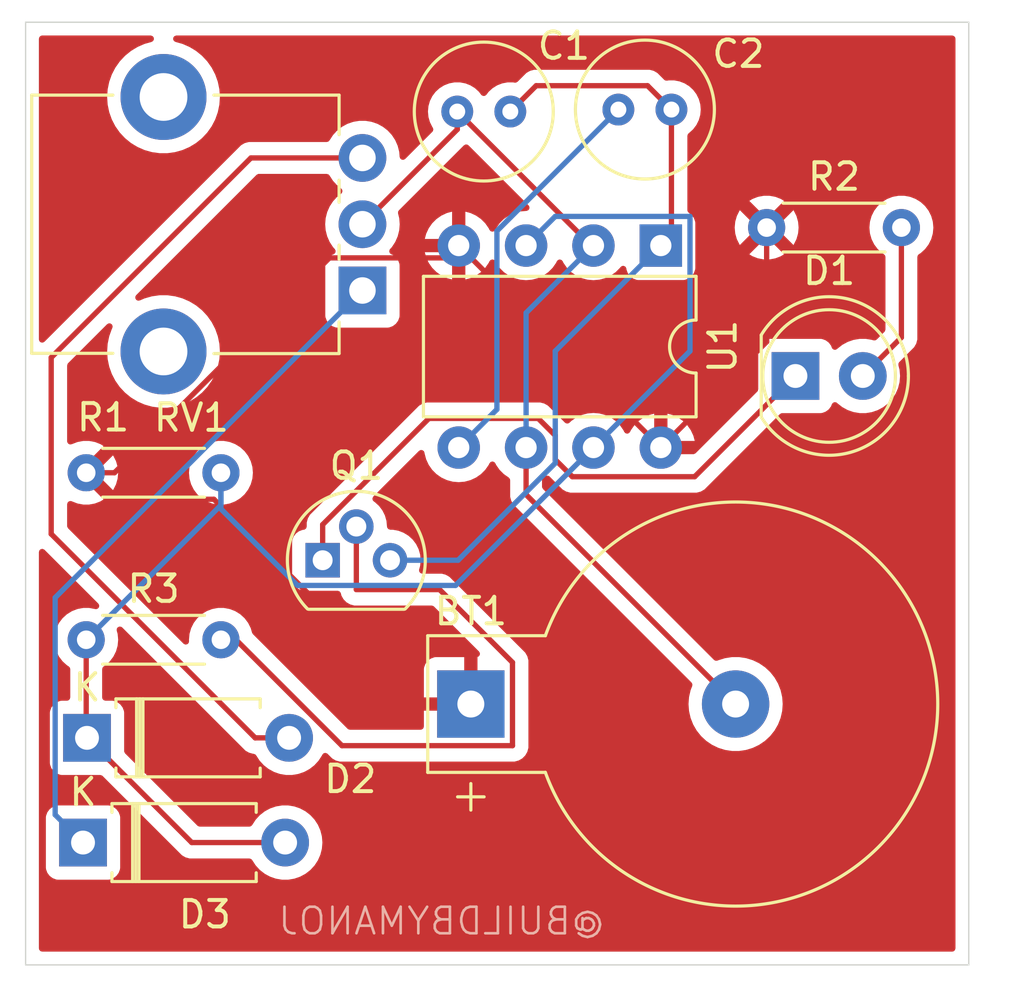
<source format=kicad_pcb>
(kicad_pcb (version 20240108) (generator "pcbnew") (generator_version "8.0")
  (layers (0 "F.Cu" signal) (31 "B.Cu" signal) (34 "B.Paste" user) (35 "F.Paste" user) (36 "B.SilkS" user "B.Silkscreen") (37 "F.SilkS" user "F.Silkscreen") (38 "B.Mask" user) (39 "F.Mask" user) (44 "Edge.Cuts" user))
  (net 0 "")
  (net 1 "VCC")
  (net 2 "Net-(BT1--)")
  (net 3 "GND")
  (net 4 "Net-(U1-CV)")
  (net 5 "Net-(D1-A)")
  (net 6 "Net-(D1-K)")
  (net 7 "Net-(D2-K)")
  (net 8 "Net-(D2-A)")
  (net 9 "Net-(D3-K)")
  (net 10 "Net-(Q1-B)")
  (footprint "Package_TO_SOT_THT:TO-92" (layer "F.Cu") (at 140.74 83.795)
    (property "Reference" "Q1" (at 1.27 -3.56 0) (layer "F.SilkS"))
    (property "Value" "NPN")
    (fp_line (start -0.53 1.85) (end 3.07 1.85) (stroke (width 0.12)) (layer "F.SilkS"))
    (fp_arc (start -0.568478 1.838478) (mid -1.132087 -0.994977) (end 1.27 -2.6) (stroke (width 0.12)) (layer "F.SilkS"))
    (fp_arc (start 1.27 -2.6) (mid 3.672087 -0.994977) (end 3.108478 1.838478) (stroke (width 0.12)) (layer "F.SilkS"))
    (pad "1" thru_hole rect (at 0 0) (size 1.3 1.3) (drill 0.75) (layers "*.Cu" "*.Mask") (net 6 "Net-(D1-K)"))
    (pad "2" thru_hole circle (at 1.27 -1.27) (size 1.3 1.3) (drill 0.75) (layers "*.Cu" "*.Mask") (net 10 "Net-(Q1-B)"))
    (pad "3" thru_hole circle (at 2.54 0) (size 1.3 1.3) (drill 0.75) (layers "*.Cu" "*.Mask") (net 3 "GND"))
  )
  (footprint "LED_THT:LED_D5.0mm" (layer "F.Cu") (at 158.565 76.845)
    (property "Reference" "D1" (at 1.27 -3.96 0) (layer "F.SilkS"))
    (property "Value" "LED")
    (fp_line (start -1.29 -1.545) (end -1.29 1.545) (stroke (width 0.12)) (layer "F.SilkS"))
    (fp_arc (start -1.29 -1.54483) (mid 2.072002 -2.880433) (end 4.26 0.000462) (stroke (width 0.12)) (layer "F.SilkS"))
    (fp_arc (start 4.26 -0.000462) (mid 2.072002 2.880433) (end -1.29 1.54483) (stroke (width 0.12)) (layer "F.SilkS"))
    (fp_circle (center 1.27 0) (end 3.77 0) (stroke (width 0.12)) (fill none) (layer "F.SilkS"))
    (pad "1" thru_hole rect (at 0 0) (size 1.8 1.8) (drill 0.9) (layers "*.Cu" "*.Mask") (net 6 "Net-(D1-K)"))
    (pad "2" thru_hole circle (at 2.54 0) (size 1.8 1.8) (drill 0.9) (layers "*.Cu" "*.Mask") (net 5 "Net-(D1-A)"))
  )
  (footprint "Capacitor_THT:C_Radial_D5.0mm_H5.0mm_P2.00mm" (layer "F.Cu") (at 151.89 66.795)
    (property "Reference" "C2" (at 4.5232 -2.1012 0) (layer "F.SilkS"))
    (property "Value" "10uF")
    (fp_circle (center 1 0) (end 3.62 0) (stroke (width 0.12)) (fill none) (layer "F.SilkS"))
    (pad "1" thru_hole circle (at 0 0) (size 1.2 1.2) (drill 0.6) (layers "*.Cu" "*.Mask") (net 4 "Net-(U1-CV)"))
    (pad "2" thru_hole circle (at 2 0) (size 1.2 1.2) (drill 0.6) (layers "*.Cu" "*.Mask") (net 3 "GND"))
  )
  (footprint "Package_DIP:DIP-8_W7.62mm" (layer "F.Cu") (at 153.49 71.925 -90)
    (property "Reference" "U1" (at 3.81 -2.33 90) (layer "F.SilkS"))
    (property "Value" "NE555P")
    (fp_line (start 1.16 8.95) (end 6.46 8.95) (stroke (width 0.12)) (layer "F.SilkS"))
    (fp_line (start 6.46 8.95) (end 6.46 -1.33) (stroke (width 0.12)) (layer "F.SilkS"))
    (fp_line (start 1.16 -1.33) (end 1.16 8.95) (stroke (width 0.12)) (layer "F.SilkS"))
    (fp_line (start 2.81 -1.33) (end 1.16 -1.33) (stroke (width 0.12)) (layer "F.SilkS"))
    (fp_line (start 6.46 -1.33) (end 4.81 -1.33) (stroke (width 0.12)) (layer "F.SilkS"))
    (fp_arc (start 4.81 -1.33) (mid 3.81 -0.33) (end 2.81 -1.33) (stroke (width 0.12)) (layer "F.SilkS"))
    (pad "1" thru_hole rect (at 0 0 270) (size 1.6 1.6) (drill 0.8) (layers "*.Cu" "*.Mask") (net 3 "GND"))
    (pad "2" thru_hole oval (at 0 2.54 270) (size 1.6 1.6) (drill 0.8) (layers "*.Cu" "*.Mask") (net 2 "Net-(BT1--)"))
    (pad "3" thru_hole oval (at 0 5.08 270) (size 1.6 1.6) (drill 0.8) (layers "*.Cu" "*.Mask") (net 7 "Net-(D2-K)"))
    (pad "4" thru_hole oval (at 0 7.62 270) (size 1.6 1.6) (drill 0.8) (layers "*.Cu" "*.Mask") (net 1 "VCC"))
    (pad "5" thru_hole oval (at 7.62 7.62 270) (size 1.6 1.6) (drill 0.8) (layers "*.Cu" "*.Mask") (net 4 "Net-(U1-CV)"))
    (pad "6" thru_hole oval (at 7.62 5.08 270) (size 1.6 1.6) (drill 0.8) (layers "*.Cu" "*.Mask") (net 2 "Net-(BT1--)"))
    (pad "7" thru_hole oval (at 7.62 2.54 270) (size 1.6 1.6) (drill 0.8) (layers "*.Cu" "*.Mask") (net 7 "Net-(D2-K)"))
    (pad "8" thru_hole oval (at 7.62 0 270) (size 1.6 1.6) (drill 0.8) (layers "*.Cu" "*.Mask") (net 1 "VCC"))
  )
  (footprint "Resistor_THT:R_Axial_DIN0204_L3.6mm_D1.6mm_P5.08mm_Horizontal" (layer "F.Cu") (at 131.825 80.495)
    (property "Reference" "R1" (at 0.636 -2.0852 0) (layer "F.SilkS"))
    (property "Value" "1K")
    (fp_line (start 0.62 -0.92) (end 4.46 -0.92) (stroke (width 0.12)) (layer "F.SilkS"))
    (fp_line (start 0.62 0.92) (end 4.46 0.92) (stroke (width 0.12)) (layer "F.SilkS"))
    (pad "1" thru_hole circle (at 0 0) (size 1.4 1.4) (drill 0.7) (layers "*.Cu" "*.Mask") (net 1 "VCC"))
    (pad "2" thru_hole oval (at 5.08 0) (size 1.4 1.4) (drill 0.7) (layers "*.Cu" "*.Mask") (net 7 "Net-(D2-K)"))
  )
  (footprint "Resistor_THT:R_Axial_DIN0204_L3.6mm_D1.6mm_P5.08mm_Horizontal" (layer "F.Cu") (at 131.825 86.795)
    (property "Reference" "R3" (at 2.54 -1.92 0) (layer "F.SilkS"))
    (property "Value" "1K")
    (fp_line (start 0.62 -0.92) (end 4.46 -0.92) (stroke (width 0.12)) (layer "F.SilkS"))
    (fp_line (start 0.62 0.92) (end 4.46 0.92) (stroke (width 0.12)) (layer "F.SilkS"))
    (pad "1" thru_hole circle (at 0 0) (size 1.4 1.4) (drill 0.7) (layers "*.Cu" "*.Mask") (net 7 "Net-(D2-K)"))
    (pad "2" thru_hole oval (at 5.08 0) (size 1.4 1.4) (drill 0.7) (layers "*.Cu" "*.Mask") (net 10 "Net-(Q1-B)"))
  )
  (footprint "Resistor_THT:R_Axial_DIN0204_L3.6mm_D1.6mm_P5.08mm_Horizontal" (layer "F.Cu") (at 157.48 71.247)
    (property "Reference" "R2" (at 2.54 -1.92 0) (layer "F.SilkS"))
    (property "Value" "220")
    (fp_line (start 0.62 -0.92) (end 4.46 -0.92) (stroke (width 0.12)) (layer "F.SilkS"))
    (fp_line (start 0.62 0.92) (end 4.46 0.92) (stroke (width 0.12)) (layer "F.SilkS"))
    (pad "1" thru_hole circle (at 0 0) (size 1.4 1.4) (drill 0.7) (layers "*.Cu" "*.Mask") (net 1 "VCC"))
    (pad "2" thru_hole oval (at 5.08 0) (size 1.4 1.4) (drill 0.7) (layers "*.Cu" "*.Mask") (net 5 "Net-(D1-A)"))
  )
  (footprint "Capacitor_THT:C_Radial_D5.0mm_H5.0mm_P2.00mm" (layer "F.Cu") (at 145.815 66.87)
    (property "Reference" "C1" (at 4.0196 -2.481 0) (layer "F.SilkS"))
    (property "Value" "100uF")
    (fp_circle (center 1 0) (end 3.62 0) (stroke (width 0.12)) (fill none) (layer "F.SilkS"))
    (pad "1" thru_hole circle (at 0 0) (size 1.2 1.2) (drill 0.6) (layers "*.Cu" "*.Mask") (net 2 "Net-(BT1--)"))
    (pad "2" thru_hole circle (at 2 0) (size 1.2 1.2) (drill 0.6) (layers "*.Cu" "*.Mask") (net 3 "GND"))
  )
  (footprint "Battery:BatteryHolder_Keystone_500" (layer "F.Cu") (at 146.327182 89.22)
    (property "Reference" "BT1" (at 0 -3.5 0) (layer "F.SilkS"))
    (property "Value" "3.7 V Battery_Cell")
    (fp_line (start -1.6256 -2.5781) (end -1.6256 2.5781) (stroke (width 0.12)) (layer "F.SilkS"))
    (fp_line (start -1.6256 -2.5781) (end 2.81 -2.5781) (stroke (width 0.12)) (layer "F.SilkS"))
    (fp_line (start -1.6256 2.5781) (end 2.81 2.5781) (stroke (width 0.12)) (layer "F.SilkS"))
    (fp_line (start 0 3) (end 0 4) (stroke (width 0.12)) (layer "F.SilkS"))
    (fp_line (start 0.5 3.5) (end -0.5 3.5) (stroke (width 0.12)) (layer "F.SilkS"))
    (fp_arc (start 2.81 -2.5781) (mid 17.603686 0) (end 2.81 2.5781) (stroke (width 0.12)) (layer "F.SilkS"))
    (pad "1" thru_hole rect (at 0 0) (size 2.54 2.54) (drill 1.016) (layers "*.Cu" "*.Mask") (net 1 "VCC"))
    (pad "2" thru_hole circle (at 9.9822 0) (size 2.54 2.54) (drill 1.016) (layers "*.Cu" "*.Mask") (net 2 "Net-(BT1--)"))
  )
  (footprint "Diode_THT:D_A-405_P7.62mm_Horizontal" (layer "F.Cu") (at 131.855 90.495)
    (property "Reference" "D2" (at 9.9278 1.5546 0) (layer "F.SilkS"))
    (property "Value" "D")
    (fp_line (start 1.09 -1.47) (end 6.53 -1.47) (stroke (width 0.12)) (layer "F.SilkS"))
    (fp_line (start 1.09 -1.14) (end 1.09 -1.47) (stroke (width 0.12)) (layer "F.SilkS"))
    (fp_line (start 1.09 1.14) (end 1.09 1.47) (stroke (width 0.12)) (layer "F.SilkS"))
    (fp_line (start 1.09 1.47) (end 6.53 1.47) (stroke (width 0.12)) (layer "F.SilkS"))
    (fp_line (start 1.87 -1.47) (end 1.87 1.47) (stroke (width 0.12)) (layer "F.SilkS"))
    (fp_line (start 1.99 -1.47) (end 1.99 1.47) (stroke (width 0.12)) (layer "F.SilkS"))
    (fp_line (start 2.11 -1.47) (end 2.11 1.47) (stroke (width 0.12)) (layer "F.SilkS"))
    (fp_line (start 6.53 -1.47) (end 6.53 -1.14) (stroke (width 0.12)) (layer "F.SilkS"))
    (fp_line (start 6.53 1.47) (end 6.53 1.14) (stroke (width 0.12)) (layer "F.SilkS"))
    (fp_text user "K" (at 0 -1.9 0) (layer "F.SilkS"))
    (pad "1" thru_hole rect (at 0 0) (size 1.8 1.8) (drill 0.9) (layers "*.Cu" "*.Mask") (net 7 "Net-(D2-K)"))
    (pad "2" thru_hole oval (at 7.62 0) (size 1.8 1.8) (drill 0.9) (layers "*.Cu" "*.Mask") (net 8 "Net-(D2-A)"))
  )
  (footprint "Diode_THT:D_A-405_P7.62mm_Horizontal" (layer "F.Cu") (at 131.705 94.445)
    (property "Reference" "D3" (at 4.5914 2.71 0) (layer "F.SilkS"))
    (property "Value" "D")
    (fp_line (start 1.09 -1.47) (end 6.53 -1.47) (stroke (width 0.12)) (layer "F.SilkS"))
    (fp_line (start 1.09 -1.14) (end 1.09 -1.47) (stroke (width 0.12)) (layer "F.SilkS"))
    (fp_line (start 1.09 1.14) (end 1.09 1.47) (stroke (width 0.12)) (layer "F.SilkS"))
    (fp_line (start 1.09 1.47) (end 6.53 1.47) (stroke (width 0.12)) (layer "F.SilkS"))
    (fp_line (start 1.87 -1.47) (end 1.87 1.47) (stroke (width 0.12)) (layer "F.SilkS"))
    (fp_line (start 1.99 -1.47) (end 1.99 1.47) (stroke (width 0.12)) (layer "F.SilkS"))
    (fp_line (start 2.11 -1.47) (end 2.11 1.47) (stroke (width 0.12)) (layer "F.SilkS"))
    (fp_line (start 6.53 -1.47) (end 6.53 -1.14) (stroke (width 0.12)) (layer "F.SilkS"))
    (fp_line (start 6.53 1.47) (end 6.53 1.14) (stroke (width 0.12)) (layer "F.SilkS"))
    (fp_text user "K" (at 0 -1.9 0) (layer "F.SilkS"))
    (pad "1" thru_hole rect (at 0 0) (size 1.8 1.8) (drill 0.9) (layers "*.Cu" "*.Mask") (net 9 "Net-(D3-K)"))
    (pad "2" thru_hole oval (at 7.62 0) (size 1.8 1.8) (drill 0.9) (layers "*.Cu" "*.Mask") (net 7 "Net-(D2-K)"))
  )
  (footprint "Potentiometer_THT:Potentiometer_Alpha_RD901F-40-00D_Single_Vertical_CircularHoles" (layer "F.Cu") (at 142.24 73.62 180)
    (property "Reference" "RV1" (at 6.45 -4.8 0) (layer "F.SilkS"))
    (property "Value" "R_Potentiometer")
    (fp_line (start 12.47 7.37) (end 12.47 -2.37) (stroke (width 0.12)) (layer "F.SilkS"))
    (fp_line (start 9.41 7.37) (end 12.47 7.37) (stroke (width 0.12)) (layer "F.SilkS"))
    (fp_line (start 9.41 -2.37) (end 12.47 -2.37) (stroke (width 0.12)) (layer "F.SilkS"))
    (fp_line (start 0.88 7.37) (end 5.6 7.37) (stroke (width 0.12)) (layer "F.SilkS"))
    (fp_line (start 0.88 7.37) (end 0.88 5.88) (stroke (width 0.12)) (layer "F.SilkS"))
    (fp_line (start 0.88 4.16) (end 0.88 3.33) (stroke (width 0.12)) (layer "F.SilkS"))
    (fp_line (start 0.88 1.71) (end 0.88 1.18) (stroke (width 0.12)) (layer "F.SilkS"))
    (fp_line (start 0.88 -1.19) (end 0.88 -2.37) (stroke (width 0.12)) (layer "F.SilkS"))
    (fp_line (start 0.88 -2.38) (end 5.6 -2.38) (stroke (width 0.12)) (layer "F.SilkS"))
    (pad "" thru_hole circle (at 7.5 -2.3 270) (size 3.24 3.24) (drill 1.8) (layers "*.Cu" "*.Mask"))
    (pad "" thru_hole circle (at 7.5 7.3 270) (size 3.24 3.24) (drill 1.8) (layers "*.Cu" "*.Mask"))
    (pad "1" thru_hole rect (at 0 0 270) (size 1.8 1.8) (drill 1) (layers "*.Cu" "*.Mask") (net 9 "Net-(D3-K)"))
    (pad "2" thru_hole circle (at 0 2.5 270) (size 1.8 1.8) (drill 1) (layers "*.Cu" "*.Mask") (net 2 "Net-(BT1--)"))
    (pad "3" thru_hole circle (at 0 5 270) (size 1.8 1.8) (drill 1) (layers "*.Cu" "*.Mask") (net 8 "Net-(D2-A)"))
  )
  (gr_line (start 129.54 63.5) (end 165.1 63.5) (stroke (width 0.05)) (layer "Edge.Cuts"))
  (gr_line (start 129.54 99.06) (end 129.54 63.5) (stroke (width 0.05)) (layer "Edge.Cuts"))
  (gr_line (start 165.1 99.06) (end 129.54 99.06) (stroke (width 0.05)) (layer "Edge.Cuts"))
  (gr_line (start 165.1 63.5) (end 165.1 99.06) (stroke (width 0.05)) (layer "Edge.Cuts"))
  (gr_text "@BUILDBYMANOJ" (at 151.4602 97.9932 0) (layer "B.SilkS") (effects (font (size 1 1) (thickness 0.1)) (justify left bottom mirror)))
  (segment (start 132.825 81.495) (end 136.6384 81.495) (width 0.2) (layer "F.Cu") (net 1))
  (segment (start 145.405 72.39) (end 140.9954 72.39) (width 0.2) (layer "F.Cu") (net 1))
  (segment (start 153.49 79.545) (end 145.87 71.925) (width 0.2) (layer "F.Cu") (net 1))
  (segment (start 140.9954 72.39) (end 132.8904 80.495) (width 0.2) (layer "F.Cu") (net 1))
  (segment (start 136.6384 81.495) (end 144.3634 89.22) (width 0.2) (layer "F.Cu") (net 1))
  (segment (start 144.3634 89.22) (end 146.327182 89.22) (width 0.2) (layer "F.Cu") (net 1))
  (segment (start 131.825 80.495) (end 132.825 81.495) (width 0.2) (layer "F.Cu") (net 1))
  (segment (start 157.48 71.247) (end 157.48 75.555) (width 0.2) (layer "F.Cu") (net 1))
  (segment (start 132.8904 80.495) (end 131.825 80.495) (width 0.2) (layer "F.Cu") (net 1))
  (segment (start 145.87 71.925) (end 145.405 72.39) (width 0.2) (layer "F.Cu") (net 1))
  (segment (start 157.48 75.555) (end 153.49 79.545) (width 0.2) (layer "F.Cu") (net 1))
  (segment (start 142.24 71.12) (end 145.815 67.545) (width 0.2) (layer "F.Cu") (net 2))
  (segment (start 150.87 71.925) (end 150.95 71.925) (width 0.2) (layer "F.Cu") (net 2))
  (segment (start 156.309382 89.22) (end 148.41 81.320618) (width 0.2) (layer "F.Cu") (net 2))
  (segment (start 145.815 66.87) (end 150.87 71.925) (width 0.2) (layer "F.Cu") (net 2))
  (segment (start 148.41 81.320618) (end 148.41 79.545) (width 0.2) (layer "F.Cu") (net 2))
  (segment (start 145.815 67.545) (end 145.815 66.87) (width 0.2) (layer "F.Cu") (net 2))
  (segment (start 150.95 71.925) (end 148.41 74.465) (width 0.2) (layer "B.Cu") (net 2))
  (segment (start 148.41 74.465) (end 148.41 79.545) (width 0.2) (layer "B.Cu") (net 2))
  (segment (start 152.99 65.895) (end 153.89 66.795) (width 0.2) (layer "F.Cu") (net 3))
  (segment (start 153.89 71.525) (end 153.49 71.925) (width 0.2) (layer "F.Cu") (net 3))
  (segment (start 147.815 66.87) (end 148.79 65.895) (width 0.2) (layer "F.Cu") (net 3))
  (segment (start 153.89 66.795) (end 153.89 71.525) (width 0.2) (layer "F.Cu") (net 3))
  (segment (start 148.79 65.895) (end 152.99 65.895) (width 0.2) (layer "F.Cu") (net 3))
  (segment (start 149.51 80.1314) (end 145.8464 83.795) (width 0.2) (layer "B.Cu") (net 3))
  (segment (start 145.8464 83.795) (end 143.28 83.795) (width 0.2) (layer "B.Cu") (net 3))
  (segment (start 149.51 75.905) (end 149.51 80.1314) (width 0.2) (layer "B.Cu") (net 3))
  (segment (start 153.49 71.925) (end 149.51 75.905) (width 0.2) (layer "B.Cu") (net 3))
  (segment (start 151.89 66.795) (end 147.31 71.375) (width 0.2) (layer "B.Cu") (net 4))
  (segment (start 147.31 78.105) (end 145.87 79.545) (width 0.2) (layer "B.Cu") (net 4))
  (segment (start 147.31 71.375) (end 147.31 78.105) (width 0.2) (layer "B.Cu") (net 4))
  (segment (start 162.56 75.39) (end 162.56 71.247) (width 0.2) (layer "F.Cu") (net 5))
  (segment (start 161.105 76.845) (end 162.56 75.39) (width 0.2) (layer "F.Cu") (net 5))
  (segment (start 140.74 82.451497) (end 140.74 83.795) (width 0.2) (layer "F.Cu") (net 6))
  (segment (start 144.746497 78.445) (end 140.74 82.451497) (width 0.2) (layer "F.Cu") (net 6))
  (segment (start 149.51 79.089365) (end 148.865635 78.445) (width 0.2) (layer "F.Cu") (net 6))
  (segment (start 150.154365 80.645) (end 149.51 80.000635) (width 0.2) (layer "F.Cu") (net 6))
  (segment (start 149.51 80.000635) (end 149.51 79.089365) (width 0.2) (layer "F.Cu") (net 6))
  (segment (start 158.565 76.845) (end 154.765 80.645) (width 0.2) (layer "F.Cu") (net 6))
  (segment (start 148.865635 78.445) (end 144.746497 78.445) (width 0.2) (layer "F.Cu") (net 6))
  (segment (start 154.765 80.645) (end 150.154365 80.645) (width 0.2) (layer "F.Cu") (net 6))
  (segment (start 131.825 90.0166) (end 131.825 86.795) (width 0.2) (layer "F.Cu") (net 7))
  (segment (start 139.325 94.445) (end 135.805 94.445) (width 0.2) (layer "F.Cu") (net 7))
  (segment (start 135.805 94.445) (end 131.855 90.495) (width 0.2) (layer "F.Cu") (net 7))
  (segment (start 131.855 90.495) (end 131.855 90.0466) (width 0.2) (layer "F.Cu") (net 7))
  (segment (start 131.855 90.0466) (end 131.825 90.0166) (width 0.2) (layer "F.Cu") (net 7))
  (segment (start 136.905 81.715) (end 131.825 86.795) (width 0.2) (layer "B.Cu") (net 7))
  (segment (start 139.79 84.745) (end 136.905 81.86) (width 0.2) (layer "B.Cu") (net 7))
  (segment (start 145.75 84.745) (end 139.79 84.745) (width 0.2) (layer "B.Cu") (net 7))
  (segment (start 149.51 70.825) (end 154.59 70.825) (width 0.2) (layer "B.Cu") (net 7))
  (segment (start 136.905 80.495) (end 136.905 81.715) (width 0.2) (layer "B.Cu") (net 7))
  (segment (start 150.95 79.545) (end 145.75 84.745) (width 0.2) (layer "B.Cu") (net 7))
  (segment (start 154.59 70.825) (end 154.59 75.905) (width 0.2) (layer "B.Cu") (net 7))
  (segment (start 148.41 71.925) (end 149.51 70.825) (width 0.2) (layer "B.Cu") (net 7))
  (segment (start 154.59 75.905) (end 150.95 79.545) (width 0.2) (layer "B.Cu") (net 7))
  (segment (start 136.905 81.86) (end 136.905 80.495) (width 0.2) (layer "B.Cu") (net 7))
  (segment (start 130.505 76.1494) (end 130.505 82.8038) (width 0.2) (layer "F.Cu") (net 8))
  (segment (start 138.1962 90.495) (end 139.475 90.495) (width 0.2) (layer "F.Cu") (net 8))
  (segment (start 138.0344 68.62) (end 130.505 76.1494) (width 0.2) (layer "F.Cu") (net 8))
  (segment (start 142.24 68.62) (end 138.0344 68.62) (width 0.2) (layer "F.Cu") (net 8))
  (segment (start 130.505 82.8038) (end 138.1962 90.495) (width 0.2) (layer "F.Cu") (net 8))
  (segment (start 131.705 94.445) (end 130.655 93.395) (width 0.2) (layer "B.Cu") (net 9))
  (segment (start 130.655 93.395) (end 130.655 85.205) (width 0.2) (layer "B.Cu") (net 9))
  (segment (start 130.655 85.205) (end 142.24 73.62) (width 0.2) (layer "B.Cu") (net 9))
  (segment (start 145.15 84.902818) (end 147.897182 87.65) (width 0.2) (layer "F.Cu") (net 10))
  (segment (start 142.01 84.902818) (end 145.15 84.902818) (width 0.2) (layer "F.Cu") (net 10))
  (segment (start 142.01 82.525) (end 142.01 84.902818) (width 0.2) (layer "F.Cu") (net 10))
  (segment (start 141.467057 90.79) (end 137.472057 86.795) (width 0.2) (layer "F.Cu") (net 10))
  (segment (start 147.897182 90.79) (end 141.467057 90.79) (width 0.2) (layer "F.Cu") (net 10))
  (segment (start 137.472057 86.795) (end 136.905 86.795) (width 0.2) (layer "F.Cu") (net 10))
  (segment (start 147.897182 87.65) (end 147.897182 90.79) (width 0.2) (layer "F.Cu") (net 10))
  (zone (net 1) (net_name "VCC") (layer "F.Cu") (connect_pads (clearance 0.5)) (min_thickness 0.25) (fill yes (thermal_gap 0.5) (thermal_bridge_width 0.5))
    (polygon (pts (xy 167.1828 63.373) (xy 128.5748 62.738) (xy 128.8542 100.3046) (xy 166.5478 99.2632) (xy 167.1066 63.373) (xy 166.8272 63.373) (xy 166.9796 63.2968) (xy 166.9034 62.8904)))
  )
)
</source>
